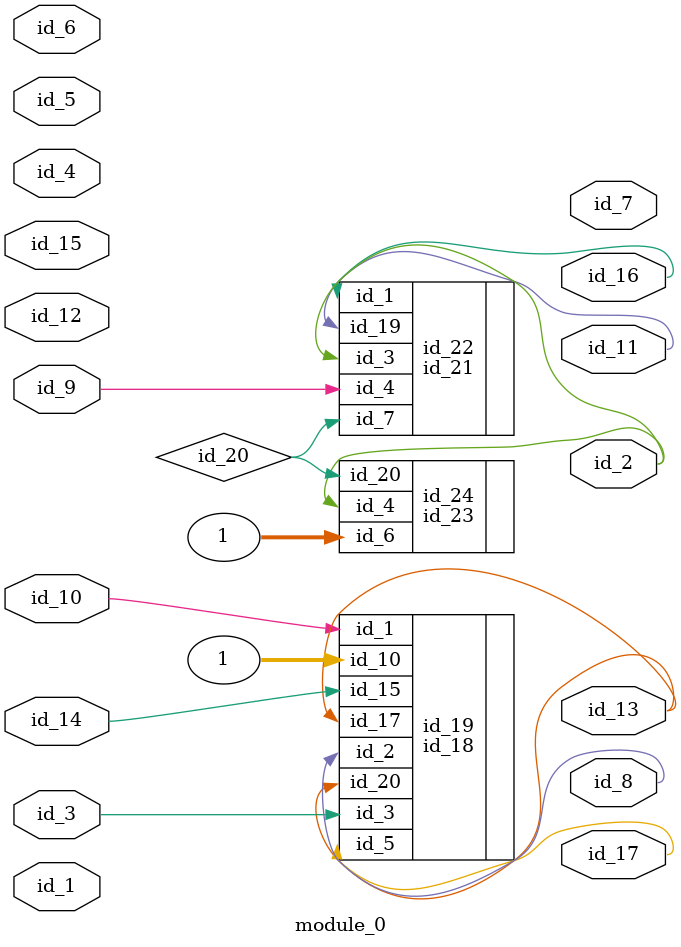
<source format=v>
module module_0 (
    id_1,
    id_2,
    id_3,
    id_4,
    id_5,
    id_6,
    id_7,
    id_8,
    id_9,
    id_10,
    id_11,
    id_12,
    id_13,
    id_14,
    id_15,
    id_16,
    id_17
);
  output id_17;
  output id_16;
  input id_15;
  input id_14;
  output id_13;
  input id_12;
  output id_11;
  input id_10;
  input id_9;
  output id_8;
  output id_7;
  input id_6;
  input id_5;
  input id_4;
  input id_3;
  output id_2;
  input id_1;
  id_18 id_19 (
      .id_2 (id_8),
      .id_1 (id_10),
      .id_3 (id_3),
      .id_10(id_10),
      .id_10(1),
      .id_5 (id_17),
      .id_17(id_13),
      .id_20(id_13),
      .id_15(id_14)
  );
  id_21 id_22 (
      .id_7 (1),
      .id_4 (id_9),
      .id_19(id_11),
      .id_7 (id_20),
      .id_1 (id_16),
      .id_3 (id_2)
  );
  id_23 id_24 (
      .id_20(id_20),
      .id_6 (1),
      .id_4 (id_2)
  );
endmodule

</source>
